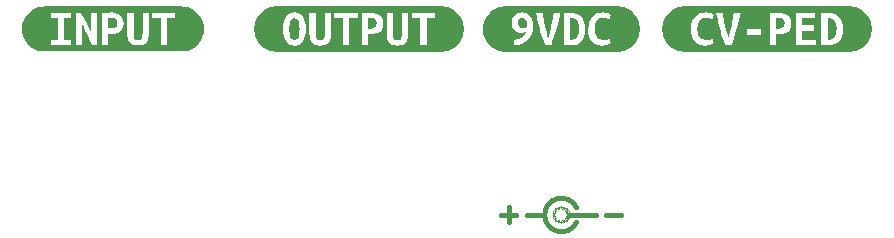
<source format=gto>
G04 #@! TF.GenerationSoftware,KiCad,Pcbnew,6.0.5+dfsg-1~bpo11+1*
G04 #@! TF.CreationDate,2023-01-30T19:57:19+00:00*
G04 #@! TF.ProjectId,phasor_II_jack_panel,70686173-6f72-45f4-9949-5f6a61636b5f,0.1*
G04 #@! TF.SameCoordinates,Original*
G04 #@! TF.FileFunction,Legend,Top*
G04 #@! TF.FilePolarity,Positive*
%FSLAX46Y46*%
G04 Gerber Fmt 4.6, Leading zero omitted, Abs format (unit mm)*
G04 Created by KiCad (PCBNEW 6.0.5+dfsg-1~bpo11+1) date 2023-01-30 19:57:19*
%MOMM*%
%LPD*%
G01*
G04 APERTURE LIST*
%ADD10C,0.400000*%
%ADD11C,0.120000*%
%ADD12C,1.000000*%
G04 APERTURE END LIST*
D10*
X163068000Y-111887000D02*
X163068000Y-111252000D01*
D11*
X167640000Y-111252000D02*
G75*
G03*
X167640000Y-111252000I-127000J0D01*
G01*
D10*
X168782999Y-110617001D02*
G75*
G03*
X168783332Y-111886332I-1269999J-634999D01*
G01*
X167513000Y-111252000D02*
X170434000Y-111252000D01*
D11*
X167962013Y-111252000D02*
G75*
G03*
X167962013Y-111252000I-449013J0D01*
G01*
X167836788Y-111252000D02*
G75*
G03*
X167836788Y-111252000I-323788J0D01*
G01*
X167899255Y-111252000D02*
G75*
G03*
X167899255Y-111252000I-386255J0D01*
G01*
D10*
X171323000Y-111252000D02*
X172593000Y-111252000D01*
X162433000Y-111252000D02*
X163068000Y-111252000D01*
X163068000Y-111252000D02*
X163703000Y-111252000D01*
D11*
X168036634Y-111252000D02*
G75*
G03*
X168036634Y-111252000I-523634J0D01*
G01*
X167576500Y-111252000D02*
G75*
G03*
X167576500Y-111252000I-63500J0D01*
G01*
D10*
X163068000Y-110617000D02*
X163068000Y-111252000D01*
D11*
X167767000Y-111252000D02*
G75*
G03*
X167767000Y-111252000I-254000J0D01*
G01*
X167703500Y-111252000D02*
G75*
G03*
X167703500Y-111252000I-190500J0D01*
G01*
D10*
X164592000Y-111252000D02*
X166073000Y-111252000D01*
D11*
X168148000Y-111252000D02*
G75*
G03*
X168148000Y-111252000I-635000J0D01*
G01*
G36*
X186143652Y-94616141D02*
G01*
X186293721Y-94689811D01*
X186390310Y-94822417D01*
X186422506Y-95023781D01*
X186389764Y-95236060D01*
X186291538Y-95375214D01*
X186128918Y-95452158D01*
X185902997Y-95477806D01*
X185684716Y-95477806D01*
X185684716Y-94604681D01*
X185817867Y-94593767D01*
X185951019Y-94591584D01*
X186143652Y-94616141D01*
G37*
G36*
X190500000Y-94667983D02*
G01*
X190678991Y-94870984D01*
X190770669Y-95163481D01*
X190796863Y-95504000D01*
X190788677Y-95696633D01*
X190764121Y-95872895D01*
X190654980Y-96163209D01*
X190454161Y-96355297D01*
X190146385Y-96425147D01*
X190098363Y-96425147D01*
X190050341Y-96420781D01*
X190050341Y-94604681D01*
X190128922Y-94593767D01*
X190207503Y-94591584D01*
X190500000Y-94667983D01*
G37*
G36*
X177780344Y-97417469D02*
G01*
X177593699Y-97389782D01*
X177410666Y-97343935D01*
X177233009Y-97280368D01*
X177062437Y-97199694D01*
X176900594Y-97102689D01*
X176749039Y-96990288D01*
X176609231Y-96863573D01*
X176482516Y-96723765D01*
X176370115Y-96572210D01*
X176273110Y-96410367D01*
X176192436Y-96239796D01*
X176128869Y-96062138D01*
X176083022Y-95879105D01*
X176055336Y-95692460D01*
X176046077Y-95504000D01*
X178481435Y-95504000D01*
X178500261Y-95822963D01*
X178556742Y-96103182D01*
X178650875Y-96344656D01*
X178782663Y-96547384D01*
X179013556Y-96751114D01*
X179304597Y-96873351D01*
X179655788Y-96914097D01*
X179894260Y-96899363D01*
X180103264Y-96855161D01*
X180411041Y-96726375D01*
X180275706Y-96302909D01*
X180055242Y-96398953D01*
X179708175Y-96446975D01*
X179396579Y-96385311D01*
X179186483Y-96200317D01*
X179097958Y-96011868D01*
X179044843Y-95775396D01*
X179027138Y-95490903D01*
X179041872Y-95246428D01*
X179086074Y-95045609D01*
X179238871Y-94759661D01*
X179452786Y-94606864D01*
X179699444Y-94561025D01*
X180024683Y-94606864D01*
X180266975Y-94718187D01*
X180406675Y-94290356D01*
X180317180Y-94237969D01*
X180170931Y-94172484D01*
X180105972Y-94155022D01*
X180603128Y-94155022D01*
X180653333Y-94399497D01*
X180725366Y-94705091D01*
X180783089Y-94933801D01*
X180845663Y-95171727D01*
X180913088Y-95418870D01*
X180984393Y-95670864D01*
X181058609Y-95923343D01*
X181135735Y-96176306D01*
X181250332Y-96536470D01*
X181358381Y-96857344D01*
X181912816Y-96857344D01*
X185147744Y-96857344D01*
X185684716Y-96857344D01*
X187369847Y-96857344D01*
X189103000Y-96857344D01*
X189103000Y-96826784D01*
X189513369Y-96826784D01*
X189808049Y-96876989D01*
X190089631Y-96892269D01*
X190353206Y-96873169D01*
X190593861Y-96815870D01*
X190807231Y-96717098D01*
X190988950Y-96573578D01*
X191136836Y-96383128D01*
X191248705Y-96143564D01*
X191319101Y-95851613D01*
X191342566Y-95504000D01*
X191321283Y-95164027D01*
X191257436Y-94877533D01*
X191155390Y-94640698D01*
X191019510Y-94449702D01*
X190849796Y-94303999D01*
X190646249Y-94203044D01*
X190414325Y-94144108D01*
X190159481Y-94124462D01*
X189858253Y-94137559D01*
X189513369Y-94189947D01*
X189513369Y-96826784D01*
X189103000Y-96826784D01*
X189103000Y-96412050D01*
X187906819Y-96412050D01*
X187906819Y-95652431D01*
X188862891Y-95652431D01*
X188862891Y-95207137D01*
X187906819Y-95207137D01*
X187906819Y-94600316D01*
X189006956Y-94600316D01*
X189006956Y-94155022D01*
X187369847Y-94155022D01*
X187369847Y-96857344D01*
X185684716Y-96857344D01*
X185684716Y-95944928D01*
X185876803Y-95944928D01*
X186199617Y-95920917D01*
X186469558Y-95848884D01*
X186686627Y-95728830D01*
X186845487Y-95554932D01*
X186940803Y-95321371D01*
X186972575Y-95028147D01*
X186941046Y-94737833D01*
X186846457Y-94507182D01*
X186688810Y-94336195D01*
X186473924Y-94218566D01*
X186207621Y-94147988D01*
X185889900Y-94124462D01*
X185719641Y-94128828D01*
X185523188Y-94139742D01*
X185324552Y-94159387D01*
X185147744Y-94189947D01*
X185147744Y-96857344D01*
X181912816Y-96857344D01*
X181996248Y-96624753D01*
X182077739Y-96386826D01*
X182157291Y-96143564D01*
X182201629Y-96001681D01*
X183222503Y-96001681D01*
X184418685Y-96001681D01*
X184418685Y-95473441D01*
X183222503Y-95473441D01*
X183222503Y-96001681D01*
X182201629Y-96001681D01*
X182233689Y-95899089D01*
X182305722Y-95657524D01*
X182373389Y-95418870D01*
X182466159Y-95071257D01*
X182548014Y-94740016D01*
X182618410Y-94432239D01*
X182676800Y-94155022D01*
X182113635Y-94155022D01*
X182074344Y-94382034D01*
X182026322Y-94643972D01*
X181971752Y-94927192D01*
X181912816Y-95218052D01*
X181849514Y-95510548D01*
X181781847Y-95798680D01*
X181711997Y-96068803D01*
X181642147Y-96307275D01*
X181571751Y-96065529D01*
X181500264Y-95794314D01*
X181430414Y-95506183D01*
X181364930Y-95213686D01*
X181304357Y-94923372D01*
X181249241Y-94641789D01*
X181203402Y-94381489D01*
X181170660Y-94155022D01*
X180603128Y-94155022D01*
X180105972Y-94155022D01*
X179967930Y-94117914D01*
X179708175Y-94093903D01*
X179452240Y-94117368D01*
X179217042Y-94187764D01*
X179007492Y-94303453D01*
X178828502Y-94462798D01*
X178682799Y-94664163D01*
X178573113Y-94905909D01*
X178504354Y-95186401D01*
X178481435Y-95504000D01*
X176046077Y-95504000D01*
X176055336Y-95315540D01*
X176083022Y-95128895D01*
X176128869Y-94945862D01*
X176192436Y-94768204D01*
X176273110Y-94597633D01*
X176370115Y-94435790D01*
X176482516Y-94284235D01*
X176609231Y-94144427D01*
X176749039Y-94017712D01*
X176900594Y-93905311D01*
X177062437Y-93808306D01*
X177233009Y-93727632D01*
X177410666Y-93664065D01*
X177593699Y-93618218D01*
X177780344Y-93590531D01*
X177968804Y-93581273D01*
X191855196Y-93581273D01*
X192043656Y-93590531D01*
X192230301Y-93618218D01*
X192413334Y-93664065D01*
X192590992Y-93727632D01*
X192761563Y-93808306D01*
X192923406Y-93905311D01*
X193074961Y-94017712D01*
X193214769Y-94144427D01*
X193341484Y-94284235D01*
X193453885Y-94435790D01*
X193550890Y-94597633D01*
X193631564Y-94768204D01*
X193695131Y-94945862D01*
X193740978Y-95128895D01*
X193768664Y-95315540D01*
X193777923Y-95504000D01*
X193768664Y-95692460D01*
X193740978Y-95879105D01*
X193695131Y-96062138D01*
X193631564Y-96239796D01*
X193550890Y-96410367D01*
X193453885Y-96572210D01*
X193341484Y-96723765D01*
X193214769Y-96863573D01*
X193074961Y-96990288D01*
X192923406Y-97102689D01*
X192761563Y-97199694D01*
X192590992Y-97280368D01*
X192413334Y-97343935D01*
X192230301Y-97389782D01*
X192043656Y-97417469D01*
X191855196Y-97426727D01*
X177968804Y-97426727D01*
X177780344Y-97417469D01*
G37*
X168213000Y-111252000D02*
G75*
G03*
X168213000Y-111252000I-700000J0D01*
G01*
G36*
X161192409Y-96574635D02*
G01*
X161095184Y-96412425D01*
X161014326Y-96241466D01*
X160950615Y-96063405D01*
X160904663Y-95879957D01*
X160876914Y-95692888D01*
X160867635Y-95504000D01*
X160876914Y-95315112D01*
X160904663Y-95128043D01*
X160934060Y-95010684D01*
X163307358Y-95010684D01*
X163355380Y-95344655D01*
X163508176Y-95617506D01*
X163778845Y-95803045D01*
X163962201Y-95853796D01*
X164180483Y-95870713D01*
X164486076Y-95796497D01*
X164332188Y-96068803D01*
X164097536Y-96257070D01*
X163803948Y-96367848D01*
X163473251Y-96407684D01*
X163490714Y-96870441D01*
X163840510Y-96843701D01*
X164156472Y-96763483D01*
X164433689Y-96631968D01*
X164667250Y-96451341D01*
X164854426Y-96221600D01*
X164992489Y-95942745D01*
X165077619Y-95616961D01*
X165105995Y-95246428D01*
X165079316Y-94909305D01*
X164999280Y-94625539D01*
X164865886Y-94395131D01*
X164682044Y-94225357D01*
X164532199Y-94159387D01*
X165350470Y-94159387D01*
X165400675Y-94403862D01*
X165472708Y-94709456D01*
X165530431Y-94938166D01*
X165593005Y-95176093D01*
X165660430Y-95423236D01*
X165731735Y-95675230D01*
X165805950Y-95927708D01*
X165883076Y-96180672D01*
X165997674Y-96540836D01*
X166105723Y-96861709D01*
X166660158Y-96861709D01*
X166671120Y-96831150D01*
X167712273Y-96831150D01*
X168006953Y-96881355D01*
X168288536Y-96896634D01*
X168552110Y-96877535D01*
X168792765Y-96820236D01*
X169006135Y-96721464D01*
X169187855Y-96577944D01*
X169335740Y-96387493D01*
X169447609Y-96147930D01*
X169518005Y-95855979D01*
X169541470Y-95508366D01*
X169777214Y-95508366D01*
X169796041Y-95827329D01*
X169852521Y-96107548D01*
X169946655Y-96349021D01*
X170078442Y-96551750D01*
X170309335Y-96755479D01*
X170600377Y-96877717D01*
X170951567Y-96918463D01*
X171190039Y-96903729D01*
X171399044Y-96859527D01*
X171706820Y-96730741D01*
X171571486Y-96307275D01*
X171351022Y-96403319D01*
X171003955Y-96451341D01*
X170692358Y-96389676D01*
X170482262Y-96204683D01*
X170393737Y-96016233D01*
X170340622Y-95779762D01*
X170322917Y-95495269D01*
X170337651Y-95250794D01*
X170381853Y-95049975D01*
X170534650Y-94764027D01*
X170748565Y-94611230D01*
X170995223Y-94565391D01*
X171320462Y-94611230D01*
X171562755Y-94722553D01*
X171702455Y-94294722D01*
X171612959Y-94242334D01*
X171466711Y-94176850D01*
X171263709Y-94122280D01*
X171003955Y-94098269D01*
X170748020Y-94121734D01*
X170512822Y-94192130D01*
X170303272Y-94307819D01*
X170124281Y-94467164D01*
X169978578Y-94668529D01*
X169868892Y-94910275D01*
X169800133Y-95190766D01*
X169777214Y-95508366D01*
X169541470Y-95508366D01*
X169520188Y-95168393D01*
X169456340Y-94881898D01*
X169354294Y-94645063D01*
X169218414Y-94454067D01*
X169048700Y-94308364D01*
X168845153Y-94207409D01*
X168613229Y-94148473D01*
X168358386Y-94128828D01*
X168057158Y-94141925D01*
X167712273Y-94194312D01*
X167712273Y-96831150D01*
X166671120Y-96831150D01*
X166743590Y-96629119D01*
X166825081Y-96391192D01*
X166904633Y-96147930D01*
X166981031Y-95903455D01*
X167053064Y-95661890D01*
X167120731Y-95423236D01*
X167213501Y-95075623D01*
X167295356Y-94744381D01*
X167365752Y-94436605D01*
X167424142Y-94159387D01*
X166860976Y-94159387D01*
X166821686Y-94386400D01*
X166773664Y-94648337D01*
X166719094Y-94931557D01*
X166660158Y-95222417D01*
X166596856Y-95514914D01*
X166529189Y-95803045D01*
X166459339Y-96073168D01*
X166389489Y-96311641D01*
X166319093Y-96069894D01*
X166247606Y-95798680D01*
X166177756Y-95510548D01*
X166112272Y-95218052D01*
X166051699Y-94927737D01*
X165996583Y-94646155D01*
X165950744Y-94385854D01*
X165918001Y-94159387D01*
X165350470Y-94159387D01*
X164532199Y-94159387D01*
X164450666Y-94123492D01*
X164171751Y-94089537D01*
X163967658Y-94110820D01*
X163791942Y-94174667D01*
X163523456Y-94392948D01*
X163361928Y-94689811D01*
X163307358Y-95010684D01*
X160934060Y-95010684D01*
X160950615Y-94944595D01*
X161014326Y-94766534D01*
X161095184Y-94595575D01*
X161192409Y-94433365D01*
X161305065Y-94281465D01*
X161432067Y-94141340D01*
X161572193Y-94014337D01*
X161724092Y-93901681D01*
X161886302Y-93804456D01*
X162057261Y-93723599D01*
X162235322Y-93659887D01*
X162418770Y-93613936D01*
X162605839Y-93586187D01*
X162794727Y-93576907D01*
X172219450Y-93576907D01*
X172408338Y-93586187D01*
X172595408Y-93613936D01*
X172778856Y-93659887D01*
X172956917Y-93723598D01*
X173127876Y-93804456D01*
X173290086Y-93901681D01*
X173441985Y-94014337D01*
X173582111Y-94141340D01*
X173709113Y-94281465D01*
X173821769Y-94433365D01*
X173918994Y-94595575D01*
X173999852Y-94766534D01*
X174063563Y-94944595D01*
X174109515Y-95128043D01*
X174137264Y-95315112D01*
X174146543Y-95504000D01*
X174137264Y-95692888D01*
X174109515Y-95879957D01*
X174063563Y-96063405D01*
X173999852Y-96241466D01*
X173918994Y-96412425D01*
X173821769Y-96574635D01*
X173709113Y-96726535D01*
X173582111Y-96866660D01*
X173441985Y-96993663D01*
X173290086Y-97106319D01*
X173127876Y-97203544D01*
X172956917Y-97284402D01*
X172778856Y-97348113D01*
X172595408Y-97394064D01*
X172408338Y-97421813D01*
X172219450Y-97431093D01*
X162794727Y-97431093D01*
X162605839Y-97421813D01*
X162418770Y-97394064D01*
X162235322Y-97348113D01*
X162057261Y-97284401D01*
X161886302Y-97203544D01*
X161724092Y-97106319D01*
X161572193Y-96993663D01*
X161432067Y-96866660D01*
X161305065Y-96726535D01*
X161192409Y-96574635D01*
G37*
G36*
X164374753Y-94604681D02*
G01*
X164496990Y-94753112D01*
X164562475Y-94956114D01*
X164582120Y-95176578D01*
X164579937Y-95274805D01*
X164573389Y-95359934D01*
X164424958Y-95407956D01*
X164250333Y-95425419D01*
X164056062Y-95398134D01*
X163927276Y-95316278D01*
X163831233Y-95001953D01*
X163850878Y-94827328D01*
X163911997Y-94683262D01*
X164021137Y-94585036D01*
X164184848Y-94547928D01*
X164374753Y-94604681D01*
G37*
G36*
X168698905Y-94672348D02*
G01*
X168877895Y-94875350D01*
X168969573Y-95167847D01*
X168995767Y-95508366D01*
X168987581Y-95700999D01*
X168963025Y-95877261D01*
X168853884Y-96167575D01*
X168653065Y-96359663D01*
X168345289Y-96429513D01*
X168297267Y-96429513D01*
X168249245Y-96425147D01*
X168249245Y-94609047D01*
X168327826Y-94598133D01*
X168406408Y-94595950D01*
X168698905Y-94672348D01*
G37*
G36*
X129616944Y-94600861D02*
G01*
X129767013Y-94674531D01*
X129863602Y-94807137D01*
X129895799Y-95008502D01*
X129863057Y-95220780D01*
X129764830Y-95359934D01*
X129602211Y-95436879D01*
X129376289Y-95462527D01*
X129158008Y-95462527D01*
X129158008Y-94589402D01*
X129291160Y-94578487D01*
X129424311Y-94576305D01*
X129616944Y-94600861D01*
G37*
G36*
X123555819Y-97402263D02*
G01*
X123370657Y-97374796D01*
X123189078Y-97329313D01*
X123012833Y-97266252D01*
X122843617Y-97186218D01*
X122683060Y-97089985D01*
X122532709Y-96978477D01*
X122394012Y-96852769D01*
X122384310Y-96842064D01*
X124255411Y-96842064D01*
X125971102Y-96842064D01*
X126403299Y-96842064D01*
X126887883Y-96842064D01*
X126887883Y-95047792D01*
X127050139Y-95347323D01*
X127205119Y-95646368D01*
X127352822Y-95944928D01*
X127493250Y-96243488D01*
X127626401Y-96542534D01*
X127752277Y-96842064D01*
X128184474Y-96842064D01*
X128621036Y-96842064D01*
X129158008Y-96842064D01*
X129158008Y-95929648D01*
X129350096Y-95929648D01*
X129672909Y-95905638D01*
X129828332Y-95864164D01*
X130738364Y-95864164D01*
X130749278Y-96088994D01*
X130782021Y-96291995D01*
X130840957Y-96469895D01*
X130930452Y-96619417D01*
X131212035Y-96826784D01*
X131410125Y-96880809D01*
X131650780Y-96898817D01*
X131895255Y-96880809D01*
X132096074Y-96826784D01*
X132257602Y-96738926D01*
X132384205Y-96619417D01*
X132476975Y-96469895D01*
X132537002Y-96291995D01*
X132569744Y-96088994D01*
X132580658Y-95864164D01*
X132580658Y-94585036D01*
X132860058Y-94585036D01*
X133571655Y-94585036D01*
X133571655Y-96842064D01*
X134112993Y-96842064D01*
X134112993Y-94585036D01*
X134824589Y-94585036D01*
X134824589Y-94139742D01*
X132860058Y-94139742D01*
X132860058Y-94585036D01*
X132580658Y-94585036D01*
X132580658Y-94139742D01*
X132043686Y-94139742D01*
X132043686Y-95824873D01*
X132026224Y-96110822D01*
X131965105Y-96298544D01*
X131847233Y-96401136D01*
X131659511Y-96431695D01*
X131471789Y-96401136D01*
X131356100Y-96300727D01*
X131297164Y-96115188D01*
X131279702Y-95829239D01*
X131279702Y-94139742D01*
X130738364Y-94139742D01*
X130738364Y-95864164D01*
X129828332Y-95864164D01*
X129942851Y-95833605D01*
X130159919Y-95713550D01*
X130318779Y-95539653D01*
X130414095Y-95306092D01*
X130445868Y-95012867D01*
X130414338Y-94722553D01*
X130319749Y-94491903D01*
X130162102Y-94320916D01*
X129947216Y-94203286D01*
X129680913Y-94132709D01*
X129363193Y-94109183D01*
X129192933Y-94113548D01*
X128996480Y-94124462D01*
X128797844Y-94144108D01*
X128621036Y-94174667D01*
X128621036Y-96842064D01*
X128184474Y-96842064D01*
X128184474Y-94139742D01*
X127699889Y-94139742D01*
X127699889Y-95803045D01*
X127622945Y-95632786D01*
X127531813Y-95436333D01*
X127429221Y-95223509D01*
X127317897Y-95004136D01*
X127200571Y-94780943D01*
X127079971Y-94556659D01*
X126957733Y-94340015D01*
X126835496Y-94139742D01*
X126403299Y-94139742D01*
X126403299Y-96842064D01*
X125971102Y-96842064D01*
X125971102Y-96396770D01*
X125386108Y-96396770D01*
X125386108Y-94585036D01*
X125971102Y-94585036D01*
X125971102Y-94139742D01*
X124255411Y-94139742D01*
X124255411Y-94585036D01*
X124844771Y-94585036D01*
X124844771Y-96396770D01*
X124255411Y-96396770D01*
X124255411Y-96842064D01*
X122384310Y-96842064D01*
X122268304Y-96714072D01*
X122156797Y-96563721D01*
X122060563Y-96403164D01*
X121980529Y-96233949D01*
X121917468Y-96057703D01*
X121871985Y-95876125D01*
X121844519Y-95690963D01*
X121835334Y-95504000D01*
X121844519Y-95317037D01*
X121871985Y-95131875D01*
X121917468Y-94950297D01*
X121980529Y-94774051D01*
X122060563Y-94604836D01*
X122156797Y-94444279D01*
X122268304Y-94293928D01*
X122394012Y-94155231D01*
X122532709Y-94029523D01*
X122683060Y-93918015D01*
X122843617Y-93821782D01*
X123012833Y-93741748D01*
X123189078Y-93678687D01*
X123370657Y-93633204D01*
X123555819Y-93605737D01*
X123742781Y-93596553D01*
X135337220Y-93596553D01*
X135524182Y-93605738D01*
X135709344Y-93633204D01*
X135890922Y-93678687D01*
X136067168Y-93741749D01*
X136236384Y-93821782D01*
X136396940Y-93918016D01*
X136547291Y-94029523D01*
X136685988Y-94155231D01*
X136811696Y-94293928D01*
X136923204Y-94444279D01*
X137019437Y-94604836D01*
X137099471Y-94774052D01*
X137162532Y-94950297D01*
X137208015Y-95131876D01*
X137235481Y-95317038D01*
X137244666Y-95504000D01*
X137235481Y-95690962D01*
X137208015Y-95876124D01*
X137162532Y-96057703D01*
X137099471Y-96233948D01*
X137019437Y-96403164D01*
X136923204Y-96563721D01*
X136811696Y-96714072D01*
X136685988Y-96852769D01*
X136547291Y-96978477D01*
X136396940Y-97089984D01*
X136236384Y-97186218D01*
X136067168Y-97266251D01*
X135890922Y-97329313D01*
X135709344Y-97374796D01*
X135524182Y-97402262D01*
X135337220Y-97411447D01*
X123742781Y-97411447D01*
X123555819Y-97402263D01*
G37*
G36*
X151595287Y-94616141D02*
G01*
X151745355Y-94689811D01*
X151841944Y-94822417D01*
X151874141Y-95023781D01*
X151841399Y-95236060D01*
X151743172Y-95375214D01*
X151580553Y-95452158D01*
X151354631Y-95477806D01*
X151136350Y-95477806D01*
X151136350Y-94604681D01*
X151269502Y-94593767D01*
X151402653Y-94591584D01*
X151595287Y-94616141D01*
G37*
G36*
X157504022Y-93590531D02*
G01*
X157690667Y-93618218D01*
X157873700Y-93664065D01*
X158051357Y-93727632D01*
X158221929Y-93808306D01*
X158383771Y-93905311D01*
X158535327Y-94017712D01*
X158675135Y-94144427D01*
X158801850Y-94284235D01*
X158914250Y-94435790D01*
X159011255Y-94597633D01*
X159091929Y-94768204D01*
X159155496Y-94945862D01*
X159201344Y-95128895D01*
X159229030Y-95315540D01*
X159238288Y-95504000D01*
X159229030Y-95692460D01*
X159201344Y-95879105D01*
X159155496Y-96062138D01*
X159091929Y-96239796D01*
X159011255Y-96410367D01*
X158914250Y-96572210D01*
X158801850Y-96723765D01*
X158675135Y-96863573D01*
X158535327Y-96990288D01*
X158383771Y-97102689D01*
X158221929Y-97199694D01*
X158051357Y-97280368D01*
X157873700Y-97343935D01*
X157690667Y-97389782D01*
X157504022Y-97417469D01*
X157315562Y-97426727D01*
X143420439Y-97426727D01*
X143231979Y-97417469D01*
X143045333Y-97389782D01*
X142862301Y-97343935D01*
X142684643Y-97280368D01*
X142514071Y-97199694D01*
X142352229Y-97102689D01*
X142200674Y-96990288D01*
X142060865Y-96863573D01*
X141934151Y-96723765D01*
X141821750Y-96572210D01*
X141724745Y-96410367D01*
X141644071Y-96239796D01*
X141580504Y-96062138D01*
X141534656Y-95879105D01*
X141506970Y-95692460D01*
X141497712Y-95504000D01*
X143933069Y-95504000D01*
X143948758Y-95831831D01*
X143995825Y-96116825D01*
X144074270Y-96358980D01*
X144184092Y-96558298D01*
X144376422Y-96755964D01*
X144618715Y-96874564D01*
X144910969Y-96914097D01*
X145196190Y-96874564D01*
X145434844Y-96755964D01*
X145626931Y-96558298D01*
X145737709Y-96358980D01*
X145816836Y-96116825D01*
X145856380Y-95879444D01*
X146168269Y-95879444D01*
X146179183Y-96104273D01*
X146211925Y-96307275D01*
X146270861Y-96485174D01*
X146360356Y-96634697D01*
X146641939Y-96842064D01*
X146840029Y-96896089D01*
X147080685Y-96914097D01*
X147325160Y-96896089D01*
X147525978Y-96842064D01*
X147687506Y-96754206D01*
X147814110Y-96634697D01*
X147906879Y-96485174D01*
X147966906Y-96307275D01*
X147999649Y-96104273D01*
X148010563Y-95879444D01*
X148010563Y-94600316D01*
X148289963Y-94600316D01*
X149001560Y-94600316D01*
X149001560Y-96857344D01*
X149542897Y-96857344D01*
X150599378Y-96857344D01*
X151136350Y-96857344D01*
X151136350Y-95944928D01*
X151328438Y-95944928D01*
X151651251Y-95920917D01*
X151806670Y-95879444D01*
X152716706Y-95879444D01*
X152727621Y-96104273D01*
X152760363Y-96307275D01*
X152819299Y-96485174D01*
X152908794Y-96634697D01*
X153190377Y-96842064D01*
X153388467Y-96896089D01*
X153629122Y-96914097D01*
X153873597Y-96896089D01*
X154074416Y-96842064D01*
X154235944Y-96754206D01*
X154362547Y-96634697D01*
X154455317Y-96485174D01*
X154515344Y-96307275D01*
X154548086Y-96104273D01*
X154559000Y-95879444D01*
X154559000Y-94600316D01*
X154838400Y-94600316D01*
X155549997Y-94600316D01*
X155549997Y-96857344D01*
X156091335Y-96857344D01*
X156091335Y-94600316D01*
X156802931Y-94600316D01*
X156802931Y-94155022D01*
X154838400Y-94155022D01*
X154838400Y-94600316D01*
X154559000Y-94600316D01*
X154559000Y-94155022D01*
X154022028Y-94155022D01*
X154022028Y-95840153D01*
X154004566Y-96126102D01*
X153943447Y-96313823D01*
X153825575Y-96416416D01*
X153637853Y-96446975D01*
X153450131Y-96416416D01*
X153334442Y-96316006D01*
X153275506Y-96130467D01*
X153258044Y-95844519D01*
X153258044Y-94155022D01*
X152716706Y-94155022D01*
X152716706Y-95879444D01*
X151806670Y-95879444D01*
X151921193Y-95848884D01*
X152138261Y-95728830D01*
X152297121Y-95554932D01*
X152392438Y-95321371D01*
X152424210Y-95028147D01*
X152392680Y-94737833D01*
X152298092Y-94507182D01*
X152140444Y-94336195D01*
X151925558Y-94218566D01*
X151659255Y-94147988D01*
X151341535Y-94124462D01*
X151171275Y-94128828D01*
X150974822Y-94139742D01*
X150776186Y-94159387D01*
X150599378Y-94189947D01*
X150599378Y-96857344D01*
X149542897Y-96857344D01*
X149542897Y-94600316D01*
X150254494Y-94600316D01*
X150254494Y-94155022D01*
X148289963Y-94155022D01*
X148289963Y-94600316D01*
X148010563Y-94600316D01*
X148010563Y-94155022D01*
X147473591Y-94155022D01*
X147473591Y-95840153D01*
X147456128Y-96126102D01*
X147395010Y-96313823D01*
X147277138Y-96416416D01*
X147089416Y-96446975D01*
X146901694Y-96416416D01*
X146786005Y-96316006D01*
X146727069Y-96130467D01*
X146709606Y-95844519D01*
X146709606Y-94155022D01*
X146168269Y-94155022D01*
X146168269Y-95879444D01*
X145856380Y-95879444D01*
X145864312Y-95831831D01*
X145880138Y-95504000D01*
X145864585Y-95176169D01*
X145817928Y-94891175D01*
X145740165Y-94649020D01*
X145631297Y-94449702D01*
X145440180Y-94252036D01*
X145198615Y-94133436D01*
X144906603Y-94093903D01*
X144623323Y-94133436D01*
X144384669Y-94252036D01*
X144190641Y-94449702D01*
X144077953Y-94649020D01*
X143997462Y-94891175D01*
X143949167Y-95176169D01*
X143933069Y-95504000D01*
X141497712Y-95504000D01*
X141506970Y-95315540D01*
X141534656Y-95128895D01*
X141580504Y-94945862D01*
X141644071Y-94768204D01*
X141724745Y-94597633D01*
X141821750Y-94435790D01*
X141934151Y-94284235D01*
X142060865Y-94144427D01*
X142200674Y-94017712D01*
X142352229Y-93905311D01*
X142514071Y-93808306D01*
X142684643Y-93727632D01*
X142862301Y-93664065D01*
X143045333Y-93618218D01*
X143231979Y-93590531D01*
X143420439Y-93581273D01*
X157315562Y-93581273D01*
X157504022Y-93590531D01*
G37*
G36*
X145129250Y-94635241D02*
G01*
X145258036Y-94836059D01*
X145319155Y-95135105D01*
X145330615Y-95313550D01*
X145334435Y-95504000D01*
X145330615Y-95693905D01*
X145319155Y-95870713D01*
X145258036Y-96169758D01*
X145127067Y-96372759D01*
X144906603Y-96446975D01*
X144683956Y-96372759D01*
X144555171Y-96171941D01*
X144494052Y-95872895D01*
X144482592Y-95694450D01*
X144478772Y-95504000D01*
X144482592Y-95314095D01*
X144494052Y-95137287D01*
X144555171Y-94838242D01*
X144683956Y-94635241D01*
X144906603Y-94561025D01*
X145129250Y-94635241D01*
G37*
%LPC*%
D12*
X167513000Y-111252000D03*
M02*

</source>
